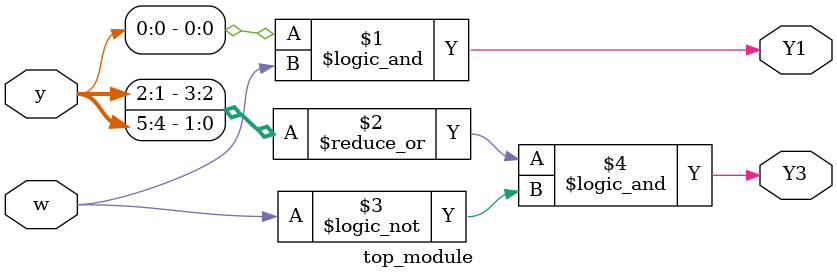
<source format=v>
module top_module (
    input [5:0] y,
    input w,
    output Y1,
    output Y3
);
    // next state is B (Y1) when current state is A (y[0]) and input (w) is high
  assign Y1 = y[0] && w;
  
    // Y3 (D) when any of B,C,E,F and input is low; 
    // using reduction OR operator
  assign Y3 = ( |{y[2:1],y[5:4]} ) && (!w);

  // which is same as
  // assign Y3 = (y[1] | y[2] | y[4] | y[5]) && (!w);

endmodule

</source>
